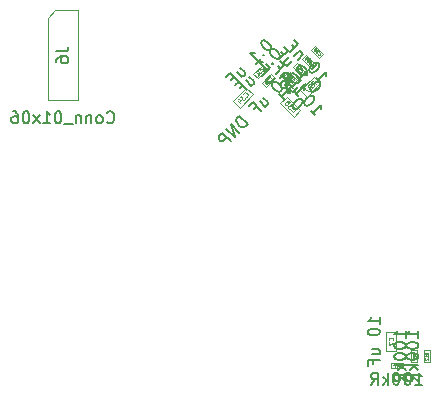
<source format=gbr>
%TF.GenerationSoftware,KiCad,Pcbnew,5.1.5-52549c5~84~ubuntu19.10.1*%
%TF.CreationDate,2019-12-19T07:38:23-05:00*%
%TF.ProjectId,bldc-controller,626c6463-2d63-46f6-9e74-726f6c6c6572,rev?*%
%TF.SameCoordinates,Original*%
%TF.FileFunction,Other,Fab,Bot*%
%FSLAX46Y46*%
G04 Gerber Fmt 4.6, Leading zero omitted, Abs format (unit mm)*
G04 Created by KiCad (PCBNEW 5.1.5-52549c5~84~ubuntu19.10.1) date 2019-12-19 07:38:23*
%MOMM*%
%LPD*%
G04 APERTURE LIST*
%ADD10C,0.100000*%
%ADD11C,0.150000*%
%ADD12C,0.060000*%
%ADD13C,0.040000*%
G04 APERTURE END LIST*
D10*
X20520000Y-122485000D02*
X20520000Y-114865000D01*
X17980000Y-122485000D02*
X20520000Y-122485000D01*
X17980000Y-115500000D02*
X17980000Y-122485000D01*
X18615000Y-114865000D02*
X17980000Y-115500000D01*
X20520000Y-114865000D02*
X18615000Y-114865000D01*
X40492843Y-120501472D02*
X39361472Y-121632843D01*
X41058528Y-121067157D02*
X40492843Y-120501472D01*
X39927157Y-122198528D02*
X41058528Y-121067157D01*
X39361472Y-121632843D02*
X39927157Y-122198528D01*
X49810000Y-143650000D02*
X49810000Y-144650000D01*
X50310000Y-143650000D02*
X49810000Y-143650000D01*
X50310000Y-144650000D02*
X50310000Y-143650000D01*
X49810000Y-144650000D02*
X50310000Y-144650000D01*
X48750000Y-143650000D02*
X48750000Y-144650000D01*
X49250000Y-143650000D02*
X48750000Y-143650000D01*
X49250000Y-144650000D02*
X49250000Y-143650000D01*
X48750000Y-144650000D02*
X49250000Y-144650000D01*
X47010000Y-145200000D02*
X48010000Y-145200000D01*
X47010000Y-144700000D02*
X47010000Y-145200000D01*
X48010000Y-144700000D02*
X47010000Y-144700000D01*
X48010000Y-145200000D02*
X48010000Y-144700000D01*
X39479670Y-118973223D02*
X40186777Y-119680330D01*
X39833223Y-118619670D02*
X39479670Y-118973223D01*
X40540330Y-119326777D02*
X39833223Y-118619670D01*
X40186777Y-119680330D02*
X40540330Y-119326777D01*
X40236723Y-118220276D02*
X40943830Y-118927383D01*
X40590276Y-117866723D02*
X40236723Y-118220276D01*
X41297383Y-118573830D02*
X40590276Y-117866723D01*
X40943830Y-118927383D02*
X41297383Y-118573830D01*
X37999670Y-120443223D02*
X38706777Y-121150330D01*
X38353223Y-120089670D02*
X37999670Y-120443223D01*
X39060330Y-120796777D02*
X38353223Y-120089670D01*
X38706777Y-121150330D02*
X39060330Y-120796777D01*
X38709670Y-119703223D02*
X39416777Y-120410330D01*
X39063223Y-119349670D02*
X38709670Y-119703223D01*
X39770330Y-120056777D02*
X39063223Y-119349670D01*
X39416777Y-120410330D02*
X39770330Y-120056777D01*
X39355375Y-123309690D02*
X38224004Y-122178319D01*
X38789690Y-123875375D02*
X39355375Y-123309690D01*
X37658319Y-122744004D02*
X38789690Y-123875375D01*
X38224004Y-122178319D02*
X37658319Y-122744004D01*
X34207157Y-123118528D02*
X35338528Y-121987157D01*
X33641472Y-122552843D02*
X34207157Y-123118528D01*
X34772843Y-121421472D02*
X33641472Y-122552843D01*
X35338528Y-121987157D02*
X34772843Y-121421472D01*
X36096777Y-119559670D02*
X35389670Y-120266777D01*
X36450330Y-119913223D02*
X36096777Y-119559670D01*
X35743223Y-120620330D02*
X36450330Y-119913223D01*
X35389670Y-120266777D02*
X35743223Y-120620330D01*
X36836777Y-120289670D02*
X36129670Y-120996777D01*
X37190330Y-120643223D02*
X36836777Y-120289670D01*
X36483223Y-121350330D02*
X37190330Y-120643223D01*
X36129670Y-120996777D02*
X36483223Y-121350330D01*
X46650000Y-142090000D02*
X46650000Y-143690000D01*
X47450000Y-142090000D02*
X46650000Y-142090000D01*
X47450000Y-143690000D02*
X47450000Y-142090000D01*
X46650000Y-143690000D02*
X47450000Y-143690000D01*
D11*
X22988095Y-124342142D02*
X23035714Y-124389761D01*
X23178571Y-124437380D01*
X23273809Y-124437380D01*
X23416666Y-124389761D01*
X23511904Y-124294523D01*
X23559523Y-124199285D01*
X23607142Y-124008809D01*
X23607142Y-123865952D01*
X23559523Y-123675476D01*
X23511904Y-123580238D01*
X23416666Y-123485000D01*
X23273809Y-123437380D01*
X23178571Y-123437380D01*
X23035714Y-123485000D01*
X22988095Y-123532619D01*
X22416666Y-124437380D02*
X22511904Y-124389761D01*
X22559523Y-124342142D01*
X22607142Y-124246904D01*
X22607142Y-123961190D01*
X22559523Y-123865952D01*
X22511904Y-123818333D01*
X22416666Y-123770714D01*
X22273809Y-123770714D01*
X22178571Y-123818333D01*
X22130952Y-123865952D01*
X22083333Y-123961190D01*
X22083333Y-124246904D01*
X22130952Y-124342142D01*
X22178571Y-124389761D01*
X22273809Y-124437380D01*
X22416666Y-124437380D01*
X21654761Y-123770714D02*
X21654761Y-124437380D01*
X21654761Y-123865952D02*
X21607142Y-123818333D01*
X21511904Y-123770714D01*
X21369047Y-123770714D01*
X21273809Y-123818333D01*
X21226190Y-123913571D01*
X21226190Y-124437380D01*
X20750000Y-123770714D02*
X20750000Y-124437380D01*
X20750000Y-123865952D02*
X20702380Y-123818333D01*
X20607142Y-123770714D01*
X20464285Y-123770714D01*
X20369047Y-123818333D01*
X20321428Y-123913571D01*
X20321428Y-124437380D01*
X20083333Y-124532619D02*
X19321428Y-124532619D01*
X18892857Y-123437380D02*
X18797619Y-123437380D01*
X18702380Y-123485000D01*
X18654761Y-123532619D01*
X18607142Y-123627857D01*
X18559523Y-123818333D01*
X18559523Y-124056428D01*
X18607142Y-124246904D01*
X18654761Y-124342142D01*
X18702380Y-124389761D01*
X18797619Y-124437380D01*
X18892857Y-124437380D01*
X18988095Y-124389761D01*
X19035714Y-124342142D01*
X19083333Y-124246904D01*
X19130952Y-124056428D01*
X19130952Y-123818333D01*
X19083333Y-123627857D01*
X19035714Y-123532619D01*
X18988095Y-123485000D01*
X18892857Y-123437380D01*
X17607142Y-124437380D02*
X18178571Y-124437380D01*
X17892857Y-124437380D02*
X17892857Y-123437380D01*
X17988095Y-123580238D01*
X18083333Y-123675476D01*
X18178571Y-123723095D01*
X17273809Y-124437380D02*
X16749999Y-123770714D01*
X17273809Y-123770714D02*
X16749999Y-124437380D01*
X16178571Y-123437380D02*
X16083333Y-123437380D01*
X15988095Y-123485000D01*
X15940476Y-123532619D01*
X15892857Y-123627857D01*
X15845238Y-123818333D01*
X15845238Y-124056428D01*
X15892857Y-124246904D01*
X15940476Y-124342142D01*
X15988095Y-124389761D01*
X16083333Y-124437380D01*
X16178571Y-124437380D01*
X16273809Y-124389761D01*
X16321428Y-124342142D01*
X16369047Y-124246904D01*
X16416666Y-124056428D01*
X16416666Y-123818333D01*
X16369047Y-123627857D01*
X16321428Y-123532619D01*
X16273809Y-123485000D01*
X16178571Y-123437380D01*
X14988095Y-123437380D02*
X15178571Y-123437380D01*
X15273809Y-123485000D01*
X15321428Y-123532619D01*
X15416666Y-123675476D01*
X15464285Y-123865952D01*
X15464285Y-124246904D01*
X15416666Y-124342142D01*
X15369047Y-124389761D01*
X15273809Y-124437380D01*
X15083333Y-124437380D01*
X14988095Y-124389761D01*
X14940476Y-124342142D01*
X14892857Y-124246904D01*
X14892857Y-124008809D01*
X14940476Y-123913571D01*
X14988095Y-123865952D01*
X15083333Y-123818333D01*
X15273809Y-123818333D01*
X15369047Y-123865952D01*
X15416666Y-123913571D01*
X15464285Y-124008809D01*
X18702380Y-118341666D02*
X19416666Y-118341666D01*
X19559523Y-118294047D01*
X19654761Y-118198809D01*
X19702380Y-118055952D01*
X19702380Y-117960714D01*
X18702380Y-119246428D02*
X18702380Y-119055952D01*
X18750000Y-118960714D01*
X18797619Y-118913095D01*
X18940476Y-118817857D01*
X19130952Y-118770238D01*
X19511904Y-118770238D01*
X19607142Y-118817857D01*
X19654761Y-118865476D01*
X19702380Y-118960714D01*
X19702380Y-119151190D01*
X19654761Y-119246428D01*
X19607142Y-119294047D01*
X19511904Y-119341666D01*
X19273809Y-119341666D01*
X19178571Y-119294047D01*
X19130952Y-119246428D01*
X19083333Y-119151190D01*
X19083333Y-118960714D01*
X19130952Y-118865476D01*
X19178571Y-118817857D01*
X19273809Y-118770238D01*
X40343676Y-119833760D02*
X40747737Y-119429699D01*
X40545707Y-119631730D02*
X39838600Y-118924623D01*
X40006959Y-118958295D01*
X40141646Y-118958295D01*
X40242661Y-118924623D01*
X39198837Y-119564386D02*
X39131493Y-119631730D01*
X39097821Y-119732745D01*
X39097821Y-119800088D01*
X39131493Y-119901104D01*
X39232508Y-120069462D01*
X39400867Y-120237821D01*
X39569226Y-120338837D01*
X39670241Y-120372508D01*
X39737585Y-120372508D01*
X39838600Y-120338837D01*
X39905943Y-120271493D01*
X39939615Y-120170478D01*
X39939615Y-120103134D01*
X39905943Y-120002119D01*
X39804928Y-119833760D01*
X39636569Y-119665401D01*
X39468211Y-119564386D01*
X39367195Y-119530714D01*
X39299852Y-119530714D01*
X39198837Y-119564386D01*
X38525401Y-120237821D02*
X38458058Y-120305165D01*
X38424386Y-120406180D01*
X38424386Y-120473524D01*
X38458058Y-120574539D01*
X38559073Y-120742898D01*
X38727432Y-120911256D01*
X38895791Y-121012272D01*
X38996806Y-121045943D01*
X39064149Y-121045943D01*
X39165165Y-121012272D01*
X39232508Y-120944928D01*
X39266180Y-120843913D01*
X39266180Y-120776569D01*
X39232508Y-120675554D01*
X39131493Y-120507195D01*
X38963134Y-120338837D01*
X38794775Y-120237821D01*
X38693760Y-120204149D01*
X38626417Y-120204149D01*
X38525401Y-120237821D01*
X38289699Y-121887737D02*
X38188684Y-121315317D01*
X38693760Y-121483676D02*
X37986653Y-120776569D01*
X37717279Y-121045943D01*
X37683608Y-121146959D01*
X37683608Y-121214302D01*
X37717279Y-121315317D01*
X37818295Y-121416333D01*
X37919310Y-121450004D01*
X37986653Y-121450004D01*
X38087669Y-121416333D01*
X38357043Y-121146959D01*
D12*
X40519780Y-121296125D02*
X40479374Y-121067157D01*
X40681404Y-121134500D02*
X40398561Y-120851658D01*
X40290812Y-120959407D01*
X40277343Y-120999813D01*
X40277343Y-121026751D01*
X40290812Y-121067157D01*
X40331218Y-121107563D01*
X40371624Y-121121032D01*
X40398561Y-121121032D01*
X40438967Y-121107563D01*
X40546717Y-120999813D01*
X40156125Y-121147969D02*
X40129187Y-121147969D01*
X40088781Y-121161438D01*
X40021438Y-121228781D01*
X40007969Y-121269187D01*
X40007969Y-121296125D01*
X40021438Y-121336531D01*
X40048375Y-121363468D01*
X40102250Y-121390406D01*
X40425499Y-121390406D01*
X40250406Y-121565499D01*
X39873282Y-121376937D02*
X39684720Y-121565499D01*
X40088781Y-121727123D01*
D11*
X49342380Y-142578571D02*
X49342380Y-142007142D01*
X49342380Y-142292857D02*
X48342380Y-142292857D01*
X48485238Y-142197619D01*
X48580476Y-142102380D01*
X48628095Y-142007142D01*
X48342380Y-143197619D02*
X48342380Y-143292857D01*
X48390000Y-143388095D01*
X48437619Y-143435714D01*
X48532857Y-143483333D01*
X48723333Y-143530952D01*
X48961428Y-143530952D01*
X49151904Y-143483333D01*
X49247142Y-143435714D01*
X49294761Y-143388095D01*
X49342380Y-143292857D01*
X49342380Y-143197619D01*
X49294761Y-143102380D01*
X49247142Y-143054761D01*
X49151904Y-143007142D01*
X48961428Y-142959523D01*
X48723333Y-142959523D01*
X48532857Y-143007142D01*
X48437619Y-143054761D01*
X48390000Y-143102380D01*
X48342380Y-143197619D01*
X48342380Y-144150000D02*
X48342380Y-144245238D01*
X48390000Y-144340476D01*
X48437619Y-144388095D01*
X48532857Y-144435714D01*
X48723333Y-144483333D01*
X48961428Y-144483333D01*
X49151904Y-144435714D01*
X49247142Y-144388095D01*
X49294761Y-144340476D01*
X49342380Y-144245238D01*
X49342380Y-144150000D01*
X49294761Y-144054761D01*
X49247142Y-144007142D01*
X49151904Y-143959523D01*
X48961428Y-143911904D01*
X48723333Y-143911904D01*
X48532857Y-143959523D01*
X48437619Y-144007142D01*
X48390000Y-144054761D01*
X48342380Y-144150000D01*
X49342380Y-144911904D02*
X48342380Y-144911904D01*
X48961428Y-145007142D02*
X49342380Y-145292857D01*
X48675714Y-145292857D02*
X49056666Y-144911904D01*
X49342380Y-146292857D02*
X48866190Y-145959523D01*
X49342380Y-145721428D02*
X48342380Y-145721428D01*
X48342380Y-146102380D01*
X48390000Y-146197619D01*
X48437619Y-146245238D01*
X48532857Y-146292857D01*
X48675714Y-146292857D01*
X48770952Y-146245238D01*
X48818571Y-146197619D01*
X48866190Y-146102380D01*
X48866190Y-145721428D01*
D13*
X50173095Y-143989285D02*
X50054047Y-143905952D01*
X50173095Y-143846428D02*
X49923095Y-143846428D01*
X49923095Y-143941666D01*
X49935000Y-143965476D01*
X49946904Y-143977380D01*
X49970714Y-143989285D01*
X50006428Y-143989285D01*
X50030238Y-143977380D01*
X50042142Y-143965476D01*
X50054047Y-143941666D01*
X50054047Y-143846428D01*
X50173095Y-144227380D02*
X50173095Y-144084523D01*
X50173095Y-144155952D02*
X49923095Y-144155952D01*
X49958809Y-144132142D01*
X49982619Y-144108333D01*
X49994523Y-144084523D01*
X49946904Y-144322619D02*
X49935000Y-144334523D01*
X49923095Y-144358333D01*
X49923095Y-144417857D01*
X49935000Y-144441666D01*
X49946904Y-144453571D01*
X49970714Y-144465476D01*
X49994523Y-144465476D01*
X50030238Y-144453571D01*
X50173095Y-144310714D01*
X50173095Y-144465476D01*
D11*
X48282380Y-142578571D02*
X48282380Y-142007142D01*
X48282380Y-142292857D02*
X47282380Y-142292857D01*
X47425238Y-142197619D01*
X47520476Y-142102380D01*
X47568095Y-142007142D01*
X47282380Y-143197619D02*
X47282380Y-143292857D01*
X47330000Y-143388095D01*
X47377619Y-143435714D01*
X47472857Y-143483333D01*
X47663333Y-143530952D01*
X47901428Y-143530952D01*
X48091904Y-143483333D01*
X48187142Y-143435714D01*
X48234761Y-143388095D01*
X48282380Y-143292857D01*
X48282380Y-143197619D01*
X48234761Y-143102380D01*
X48187142Y-143054761D01*
X48091904Y-143007142D01*
X47901428Y-142959523D01*
X47663333Y-142959523D01*
X47472857Y-143007142D01*
X47377619Y-143054761D01*
X47330000Y-143102380D01*
X47282380Y-143197619D01*
X47282380Y-144150000D02*
X47282380Y-144245238D01*
X47330000Y-144340476D01*
X47377619Y-144388095D01*
X47472857Y-144435714D01*
X47663333Y-144483333D01*
X47901428Y-144483333D01*
X48091904Y-144435714D01*
X48187142Y-144388095D01*
X48234761Y-144340476D01*
X48282380Y-144245238D01*
X48282380Y-144150000D01*
X48234761Y-144054761D01*
X48187142Y-144007142D01*
X48091904Y-143959523D01*
X47901428Y-143911904D01*
X47663333Y-143911904D01*
X47472857Y-143959523D01*
X47377619Y-144007142D01*
X47330000Y-144054761D01*
X47282380Y-144150000D01*
X48282380Y-144911904D02*
X47282380Y-144911904D01*
X47901428Y-145007142D02*
X48282380Y-145292857D01*
X47615714Y-145292857D02*
X47996666Y-144911904D01*
X48282380Y-146292857D02*
X47806190Y-145959523D01*
X48282380Y-145721428D02*
X47282380Y-145721428D01*
X47282380Y-146102380D01*
X47330000Y-146197619D01*
X47377619Y-146245238D01*
X47472857Y-146292857D01*
X47615714Y-146292857D01*
X47710952Y-146245238D01*
X47758571Y-146197619D01*
X47806190Y-146102380D01*
X47806190Y-145721428D01*
D13*
X49113095Y-144108333D02*
X48994047Y-144025000D01*
X49113095Y-143965476D02*
X48863095Y-143965476D01*
X48863095Y-144060714D01*
X48875000Y-144084523D01*
X48886904Y-144096428D01*
X48910714Y-144108333D01*
X48946428Y-144108333D01*
X48970238Y-144096428D01*
X48982142Y-144084523D01*
X48994047Y-144060714D01*
X48994047Y-143965476D01*
X49113095Y-144227380D02*
X49113095Y-144275000D01*
X49101190Y-144298809D01*
X49089285Y-144310714D01*
X49053571Y-144334523D01*
X49005952Y-144346428D01*
X48910714Y-144346428D01*
X48886904Y-144334523D01*
X48875000Y-144322619D01*
X48863095Y-144298809D01*
X48863095Y-144251190D01*
X48875000Y-144227380D01*
X48886904Y-144215476D01*
X48910714Y-144203571D01*
X48970238Y-144203571D01*
X48994047Y-144215476D01*
X49005952Y-144227380D01*
X49017857Y-144251190D01*
X49017857Y-144298809D01*
X49005952Y-144322619D01*
X48994047Y-144334523D01*
X48970238Y-144346428D01*
D11*
X49081428Y-146572380D02*
X49652857Y-146572380D01*
X49367142Y-146572380D02*
X49367142Y-145572380D01*
X49462380Y-145715238D01*
X49557619Y-145810476D01*
X49652857Y-145858095D01*
X48462380Y-145572380D02*
X48367142Y-145572380D01*
X48271904Y-145620000D01*
X48224285Y-145667619D01*
X48176666Y-145762857D01*
X48129047Y-145953333D01*
X48129047Y-146191428D01*
X48176666Y-146381904D01*
X48224285Y-146477142D01*
X48271904Y-146524761D01*
X48367142Y-146572380D01*
X48462380Y-146572380D01*
X48557619Y-146524761D01*
X48605238Y-146477142D01*
X48652857Y-146381904D01*
X48700476Y-146191428D01*
X48700476Y-145953333D01*
X48652857Y-145762857D01*
X48605238Y-145667619D01*
X48557619Y-145620000D01*
X48462380Y-145572380D01*
X47510000Y-145572380D02*
X47414761Y-145572380D01*
X47319523Y-145620000D01*
X47271904Y-145667619D01*
X47224285Y-145762857D01*
X47176666Y-145953333D01*
X47176666Y-146191428D01*
X47224285Y-146381904D01*
X47271904Y-146477142D01*
X47319523Y-146524761D01*
X47414761Y-146572380D01*
X47510000Y-146572380D01*
X47605238Y-146524761D01*
X47652857Y-146477142D01*
X47700476Y-146381904D01*
X47748095Y-146191428D01*
X47748095Y-145953333D01*
X47700476Y-145762857D01*
X47652857Y-145667619D01*
X47605238Y-145620000D01*
X47510000Y-145572380D01*
X46748095Y-146572380D02*
X46748095Y-145572380D01*
X46652857Y-146191428D02*
X46367142Y-146572380D01*
X46367142Y-145905714D02*
X46748095Y-146286666D01*
X45367142Y-146572380D02*
X45700476Y-146096190D01*
X45938571Y-146572380D02*
X45938571Y-145572380D01*
X45557619Y-145572380D01*
X45462380Y-145620000D01*
X45414761Y-145667619D01*
X45367142Y-145762857D01*
X45367142Y-145905714D01*
X45414761Y-146000952D01*
X45462380Y-146048571D01*
X45557619Y-146096190D01*
X45938571Y-146096190D01*
D13*
X47551666Y-145063095D02*
X47635000Y-144944047D01*
X47694523Y-145063095D02*
X47694523Y-144813095D01*
X47599285Y-144813095D01*
X47575476Y-144825000D01*
X47563571Y-144836904D01*
X47551666Y-144860714D01*
X47551666Y-144896428D01*
X47563571Y-144920238D01*
X47575476Y-144932142D01*
X47599285Y-144944047D01*
X47694523Y-144944047D01*
X47468333Y-144813095D02*
X47301666Y-144813095D01*
X47408809Y-145063095D01*
D11*
X41000959Y-121021139D02*
X40933616Y-120953795D01*
X40832600Y-120920124D01*
X40765257Y-120920124D01*
X40664242Y-120953795D01*
X40495883Y-121054811D01*
X40327524Y-121223169D01*
X40226509Y-121391528D01*
X40192837Y-121492543D01*
X40192837Y-121559887D01*
X40226509Y-121660902D01*
X40293852Y-121728246D01*
X40394868Y-121761917D01*
X40462211Y-121761917D01*
X40563226Y-121728246D01*
X40731585Y-121627230D01*
X40899944Y-121458872D01*
X41000959Y-121290513D01*
X41034631Y-121189498D01*
X41034631Y-121122154D01*
X41000959Y-121021139D01*
X39822448Y-121122154D02*
X39755104Y-121122154D01*
X39755104Y-121189498D01*
X39822448Y-121189498D01*
X39822448Y-121122154D01*
X39755104Y-121189498D01*
X39047997Y-120482391D02*
X39452059Y-120886452D01*
X39250028Y-120684421D02*
X39957135Y-119977315D01*
X39923463Y-120145673D01*
X39923463Y-120280360D01*
X39957135Y-120381376D01*
X38374562Y-118866147D02*
X37903158Y-119337551D01*
X38677608Y-119169192D02*
X38307219Y-119539582D01*
X38206204Y-119573253D01*
X38105188Y-119539582D01*
X38004173Y-119438566D01*
X37970501Y-119337551D01*
X37970501Y-119270208D01*
X37701127Y-118394742D02*
X37936830Y-118630444D01*
X37566440Y-119000834D02*
X38273547Y-118293727D01*
X37936830Y-117957009D01*
D13*
X40060507Y-119326776D02*
X40060507Y-119343612D01*
X40077343Y-119377284D01*
X40094179Y-119394120D01*
X40127851Y-119410956D01*
X40161522Y-119410956D01*
X40186776Y-119402538D01*
X40228866Y-119377284D01*
X40254120Y-119352030D01*
X40279374Y-119309940D01*
X40287791Y-119284687D01*
X40287791Y-119251015D01*
X40270956Y-119217343D01*
X40254120Y-119200507D01*
X40220448Y-119183671D01*
X40203612Y-119183671D01*
X40161522Y-119107910D02*
X40052089Y-118998477D01*
X40043671Y-119124746D01*
X40018417Y-119099492D01*
X39993164Y-119091074D01*
X39976328Y-119091074D01*
X39951074Y-119099492D01*
X39908984Y-119141582D01*
X39900566Y-119166835D01*
X39900566Y-119183671D01*
X39908984Y-119208925D01*
X39959492Y-119259433D01*
X39984746Y-119267851D01*
X40001582Y-119267851D01*
X39791133Y-119091074D02*
X39757461Y-119057402D01*
X39749043Y-119032148D01*
X39749043Y-119015312D01*
X39757461Y-118973223D01*
X39782715Y-118931133D01*
X39850059Y-118863790D01*
X39875312Y-118855372D01*
X39892148Y-118855372D01*
X39917402Y-118863790D01*
X39951074Y-118897461D01*
X39959492Y-118922715D01*
X39959492Y-118939551D01*
X39951074Y-118964805D01*
X39908984Y-119006895D01*
X39883730Y-119015312D01*
X39866895Y-119015312D01*
X39841641Y-119006895D01*
X39807969Y-118973223D01*
X39799551Y-118947969D01*
X39799551Y-118931133D01*
X39807969Y-118905879D01*
D11*
X40646844Y-120571238D02*
X41050905Y-120975299D01*
X40848875Y-120773268D02*
X41555982Y-120066161D01*
X41522310Y-120234520D01*
X41522310Y-120369207D01*
X41555982Y-120470222D01*
X40916218Y-119426398D02*
X40848875Y-119359055D01*
X40747860Y-119325383D01*
X40680516Y-119325383D01*
X40579501Y-119359055D01*
X40411142Y-119460070D01*
X40242783Y-119628429D01*
X40141768Y-119796787D01*
X40108096Y-119897803D01*
X40108096Y-119965146D01*
X40141768Y-120066161D01*
X40209112Y-120133505D01*
X40310127Y-120167177D01*
X40377470Y-120167177D01*
X40478486Y-120133505D01*
X40646844Y-120032490D01*
X40815203Y-119864131D01*
X40916218Y-119695772D01*
X40949890Y-119594757D01*
X40949890Y-119527413D01*
X40916218Y-119426398D01*
X39603020Y-118584604D02*
X39131615Y-119056009D01*
X39535676Y-118651948D02*
X39535676Y-118584604D01*
X39502005Y-118483589D01*
X39400989Y-118382574D01*
X39299974Y-118348902D01*
X39198959Y-118382574D01*
X38828570Y-118752963D01*
X38626539Y-117810154D02*
X38862241Y-118045856D01*
X38491852Y-118416245D02*
X39198959Y-117709139D01*
X38862241Y-117372421D01*
D13*
X40817560Y-118573829D02*
X40817560Y-118590665D01*
X40834396Y-118624337D01*
X40851232Y-118641173D01*
X40884904Y-118658009D01*
X40918575Y-118658009D01*
X40943829Y-118649591D01*
X40985919Y-118624337D01*
X41011173Y-118599083D01*
X41036427Y-118556993D01*
X41044844Y-118531740D01*
X41044844Y-118498068D01*
X41028009Y-118464396D01*
X41011173Y-118447560D01*
X40977501Y-118430724D01*
X40960665Y-118430724D01*
X40918575Y-118354963D02*
X40809142Y-118245530D01*
X40800724Y-118371799D01*
X40775470Y-118346545D01*
X40750217Y-118338127D01*
X40733381Y-118338127D01*
X40708127Y-118346545D01*
X40666037Y-118388635D01*
X40657619Y-118413888D01*
X40657619Y-118430724D01*
X40666037Y-118455978D01*
X40716545Y-118506486D01*
X40741799Y-118514904D01*
X40758635Y-118514904D01*
X40632365Y-118220276D02*
X40657619Y-118228694D01*
X40674455Y-118228694D01*
X40699709Y-118220276D01*
X40708127Y-118211858D01*
X40716545Y-118186604D01*
X40716545Y-118169768D01*
X40708127Y-118144514D01*
X40674455Y-118110843D01*
X40649201Y-118102425D01*
X40632365Y-118102425D01*
X40607112Y-118110843D01*
X40598694Y-118119261D01*
X40590276Y-118144514D01*
X40590276Y-118161350D01*
X40598694Y-118186604D01*
X40632365Y-118220276D01*
X40640783Y-118245530D01*
X40640783Y-118262365D01*
X40632365Y-118287619D01*
X40598694Y-118321291D01*
X40573440Y-118329709D01*
X40556604Y-118329709D01*
X40531350Y-118321291D01*
X40497678Y-118287619D01*
X40489261Y-118262365D01*
X40489261Y-118245530D01*
X40497678Y-118220276D01*
X40531350Y-118186604D01*
X40556604Y-118178186D01*
X40573440Y-118178186D01*
X40598694Y-118186604D01*
D11*
X39520959Y-122491139D02*
X39453616Y-122423795D01*
X39352600Y-122390124D01*
X39285257Y-122390124D01*
X39184242Y-122423795D01*
X39015883Y-122524811D01*
X38847524Y-122693169D01*
X38746509Y-122861528D01*
X38712837Y-122962543D01*
X38712837Y-123029887D01*
X38746509Y-123130902D01*
X38813852Y-123198246D01*
X38914868Y-123231917D01*
X38982211Y-123231917D01*
X39083226Y-123198246D01*
X39251585Y-123097230D01*
X39419944Y-122928872D01*
X39520959Y-122760513D01*
X39554631Y-122659498D01*
X39554631Y-122592154D01*
X39520959Y-122491139D01*
X38342448Y-122592154D02*
X38275104Y-122592154D01*
X38275104Y-122659498D01*
X38342448Y-122659498D01*
X38342448Y-122592154D01*
X38275104Y-122659498D01*
X37567997Y-121952391D02*
X37972059Y-122356452D01*
X37770028Y-122154421D02*
X38477135Y-121447315D01*
X38443463Y-121615673D01*
X38443463Y-121750360D01*
X38477135Y-121851376D01*
X36894562Y-120336147D02*
X36423158Y-120807551D01*
X37197608Y-120639192D02*
X36827219Y-121009582D01*
X36726204Y-121043253D01*
X36625188Y-121009582D01*
X36524173Y-120908566D01*
X36490501Y-120807551D01*
X36490501Y-120740208D01*
X36221127Y-119864742D02*
X36456830Y-120100444D01*
X36086440Y-120470834D02*
X36793547Y-119763727D01*
X36456830Y-119427009D01*
D13*
X38580507Y-120796776D02*
X38580507Y-120813612D01*
X38597343Y-120847284D01*
X38614179Y-120864120D01*
X38647851Y-120880956D01*
X38681522Y-120880956D01*
X38706776Y-120872538D01*
X38748866Y-120847284D01*
X38774120Y-120822030D01*
X38799374Y-120779940D01*
X38807791Y-120754687D01*
X38807791Y-120721015D01*
X38790956Y-120687343D01*
X38774120Y-120670507D01*
X38740448Y-120653671D01*
X38723612Y-120653671D01*
X38681522Y-120577910D02*
X38572089Y-120468477D01*
X38563671Y-120594746D01*
X38538417Y-120569492D01*
X38513164Y-120561074D01*
X38496328Y-120561074D01*
X38471074Y-120569492D01*
X38428984Y-120611582D01*
X38420566Y-120636835D01*
X38420566Y-120653671D01*
X38428984Y-120678925D01*
X38479492Y-120729433D01*
X38504746Y-120737851D01*
X38521582Y-120737851D01*
X38513164Y-120409551D02*
X38395312Y-120291700D01*
X38294297Y-120544238D01*
D11*
X38783074Y-121717467D02*
X39187135Y-122121528D01*
X38985104Y-121919498D02*
X39692211Y-121212391D01*
X39658539Y-121380750D01*
X39658539Y-121515437D01*
X39692211Y-121616452D01*
X38412685Y-120404269D02*
X37941280Y-120875673D01*
X38345341Y-120471612D02*
X38345341Y-120404269D01*
X38311669Y-120303253D01*
X38210654Y-120202238D01*
X38109639Y-120168566D01*
X38008623Y-120202238D01*
X37638234Y-120572627D01*
X37436204Y-119629818D02*
X37671906Y-119865521D01*
X37301517Y-120235910D02*
X38008623Y-119528803D01*
X37671906Y-119192086D01*
D13*
X39290507Y-120056776D02*
X39290507Y-120073612D01*
X39307343Y-120107284D01*
X39324179Y-120124120D01*
X39357851Y-120140956D01*
X39391522Y-120140956D01*
X39416776Y-120132538D01*
X39458866Y-120107284D01*
X39484120Y-120082030D01*
X39509374Y-120039940D01*
X39517791Y-120014687D01*
X39517791Y-119981015D01*
X39500956Y-119947343D01*
X39484120Y-119930507D01*
X39450448Y-119913671D01*
X39433612Y-119913671D01*
X39391522Y-119837910D02*
X39282089Y-119728477D01*
X39273671Y-119854746D01*
X39248417Y-119829492D01*
X39223164Y-119821074D01*
X39206328Y-119821074D01*
X39181074Y-119829492D01*
X39138984Y-119871582D01*
X39130566Y-119896835D01*
X39130566Y-119913671D01*
X39138984Y-119938925D01*
X39189492Y-119989433D01*
X39214746Y-119997851D01*
X39231582Y-119997851D01*
X39130566Y-119576954D02*
X39164238Y-119610625D01*
X39172656Y-119635879D01*
X39172656Y-119652715D01*
X39164238Y-119694805D01*
X39138984Y-119736895D01*
X39071641Y-119804238D01*
X39046387Y-119812656D01*
X39029551Y-119812656D01*
X39004297Y-119804238D01*
X38970625Y-119770566D01*
X38962208Y-119745312D01*
X38962208Y-119728477D01*
X38970625Y-119703223D01*
X39012715Y-119661133D01*
X39037969Y-119652715D01*
X39054805Y-119652715D01*
X39080059Y-119661133D01*
X39113730Y-119694805D01*
X39122148Y-119720059D01*
X39122148Y-119736895D01*
X39113730Y-119762148D01*
D11*
X40225116Y-123362554D02*
X40629177Y-123766615D01*
X40427147Y-123564584D02*
X41134254Y-122857477D01*
X41100582Y-123025836D01*
X41100582Y-123160523D01*
X41134254Y-123261538D01*
X40494490Y-122217714D02*
X40427147Y-122150371D01*
X40326132Y-122116699D01*
X40258788Y-122116699D01*
X40157773Y-122150371D01*
X39989414Y-122251386D01*
X39821055Y-122419745D01*
X39720040Y-122588103D01*
X39686368Y-122689119D01*
X39686368Y-122756462D01*
X39720040Y-122857477D01*
X39787384Y-122924821D01*
X39888399Y-122958493D01*
X39955742Y-122958493D01*
X40056758Y-122924821D01*
X40225116Y-122823806D01*
X40393475Y-122655447D01*
X40494490Y-122487088D01*
X40528162Y-122386073D01*
X40528162Y-122318729D01*
X40494490Y-122217714D01*
X38878246Y-121072874D02*
X38406842Y-121544279D01*
X39181292Y-121375920D02*
X38810903Y-121746309D01*
X38709887Y-121779981D01*
X38608872Y-121746309D01*
X38507857Y-121645294D01*
X38474185Y-121544279D01*
X38474185Y-121476935D01*
X38204811Y-120601470D02*
X38440513Y-120837172D01*
X38070124Y-121207561D02*
X38777231Y-120500455D01*
X38440513Y-120163737D01*
D12*
X38587659Y-123309689D02*
X38587659Y-123336627D01*
X38614596Y-123390501D01*
X38641534Y-123417439D01*
X38695408Y-123444376D01*
X38749283Y-123444376D01*
X38789689Y-123430908D01*
X38857033Y-123390501D01*
X38897439Y-123350095D01*
X38937845Y-123282752D01*
X38951314Y-123242346D01*
X38951314Y-123188471D01*
X38924376Y-123134596D01*
X38897439Y-123107659D01*
X38843564Y-123080721D01*
X38816627Y-123080721D01*
X38749283Y-122959503D02*
X38574190Y-122784410D01*
X38560721Y-122986440D01*
X38520315Y-122946034D01*
X38479909Y-122932566D01*
X38452972Y-122932566D01*
X38412566Y-122946034D01*
X38345222Y-123013378D01*
X38331753Y-123053784D01*
X38331753Y-123080721D01*
X38345222Y-123121127D01*
X38426034Y-123201940D01*
X38466440Y-123215408D01*
X38493378Y-123215408D01*
X38318285Y-122528505D02*
X38452972Y-122663192D01*
X38331753Y-122811347D01*
X38331753Y-122784410D01*
X38318285Y-122744004D01*
X38250941Y-122676660D01*
X38210535Y-122663192D01*
X38183598Y-122663192D01*
X38143192Y-122676660D01*
X38075848Y-122744004D01*
X38062379Y-122784410D01*
X38062379Y-122811347D01*
X38075848Y-122851753D01*
X38143192Y-122919097D01*
X38183598Y-122932566D01*
X38210535Y-122932566D01*
D11*
X38194903Y-121227186D02*
X38598964Y-120823125D01*
X38396933Y-121025155D02*
X37689826Y-120318048D01*
X37858185Y-120351720D01*
X37992872Y-120351720D01*
X38093887Y-120318048D01*
X37050063Y-120957812D02*
X36982720Y-121025155D01*
X36949048Y-121126170D01*
X36949048Y-121193514D01*
X36982720Y-121294529D01*
X37083735Y-121462888D01*
X37252094Y-121631247D01*
X37420452Y-121732262D01*
X37521468Y-121765934D01*
X37588811Y-121765934D01*
X37689826Y-121732262D01*
X37757170Y-121664918D01*
X37790842Y-121563903D01*
X37790842Y-121496560D01*
X37757170Y-121395544D01*
X37656155Y-121227186D01*
X37487796Y-121058827D01*
X37319437Y-120957812D01*
X37218422Y-120924140D01*
X37151078Y-120924140D01*
X37050063Y-120957812D01*
X35905224Y-122574056D02*
X36376628Y-123045460D01*
X36208269Y-122271010D02*
X36578659Y-122641399D01*
X36612330Y-122742414D01*
X36578659Y-122843430D01*
X36477643Y-122944445D01*
X36376628Y-122978117D01*
X36309285Y-122978117D01*
X35433819Y-123247491D02*
X35669521Y-123011788D01*
X36039911Y-123382178D02*
X35332804Y-122675071D01*
X34996086Y-123011788D01*
X34895071Y-124527017D02*
X34187964Y-123819911D01*
X34019605Y-123988269D01*
X33952262Y-124122956D01*
X33952262Y-124257643D01*
X33985934Y-124358659D01*
X34086949Y-124527017D01*
X34187964Y-124628033D01*
X34356323Y-124729048D01*
X34457338Y-124762720D01*
X34592025Y-124762720D01*
X34726712Y-124695376D01*
X34895071Y-124527017D01*
X34187964Y-125234124D02*
X33480857Y-124527017D01*
X33783903Y-125638185D01*
X33076796Y-124931078D01*
X33447186Y-125974903D02*
X32740079Y-125267796D01*
X32470705Y-125537170D01*
X32437033Y-125638185D01*
X32437033Y-125705529D01*
X32470705Y-125806544D01*
X32571720Y-125907559D01*
X32672735Y-125941231D01*
X32740079Y-125941231D01*
X32841094Y-125907559D01*
X33110468Y-125638185D01*
D12*
X34772842Y-122189187D02*
X34799780Y-122189187D01*
X34853654Y-122162250D01*
X34880592Y-122135312D01*
X34907529Y-122081438D01*
X34907529Y-122027563D01*
X34894061Y-121987157D01*
X34853654Y-121919813D01*
X34813248Y-121879407D01*
X34745905Y-121839001D01*
X34705499Y-121825532D01*
X34651624Y-121825532D01*
X34597749Y-121852470D01*
X34570812Y-121879407D01*
X34543874Y-121933282D01*
X34543874Y-121960219D01*
X34422656Y-122027563D02*
X34247563Y-122202656D01*
X34449593Y-122216125D01*
X34409187Y-122256531D01*
X34395719Y-122296937D01*
X34395719Y-122323874D01*
X34409187Y-122364280D01*
X34476531Y-122431624D01*
X34516937Y-122445093D01*
X34543874Y-122445093D01*
X34584280Y-122431624D01*
X34665093Y-122350812D01*
X34678561Y-122310406D01*
X34678561Y-122283468D01*
X34099407Y-122539374D02*
X34287969Y-122727935D01*
X34059001Y-122364280D02*
X34328375Y-122498967D01*
X34153282Y-122674061D01*
D11*
X36136509Y-117444410D02*
X36069165Y-117511753D01*
X36035494Y-117612769D01*
X36035494Y-117680112D01*
X36069165Y-117781127D01*
X36170181Y-117949486D01*
X36338539Y-118117845D01*
X36506898Y-118218860D01*
X36607913Y-118252532D01*
X36675257Y-118252532D01*
X36776272Y-118218860D01*
X36843616Y-118151517D01*
X36877287Y-118050501D01*
X36877287Y-117983158D01*
X36843616Y-117882143D01*
X36742600Y-117713784D01*
X36574242Y-117545425D01*
X36405883Y-117444410D01*
X36304868Y-117410738D01*
X36237524Y-117410738D01*
X36136509Y-117444410D01*
X36237524Y-118622921D02*
X36237524Y-118690265D01*
X36304868Y-118690265D01*
X36304868Y-118622921D01*
X36237524Y-118622921D01*
X36304868Y-118690265D01*
X35597761Y-119397372D02*
X36001822Y-118993310D01*
X35799791Y-119195341D02*
X35092685Y-118488234D01*
X35261043Y-118521906D01*
X35395730Y-118521906D01*
X35496746Y-118488234D01*
X33981517Y-120070807D02*
X34452921Y-120542211D01*
X34284562Y-119767761D02*
X34654952Y-120138150D01*
X34688623Y-120239165D01*
X34654952Y-120340181D01*
X34553936Y-120441196D01*
X34452921Y-120474868D01*
X34385578Y-120474868D01*
X33510112Y-120744242D02*
X33745814Y-120508539D01*
X34116204Y-120878929D02*
X33409097Y-120171822D01*
X33072379Y-120508539D01*
D13*
X36096776Y-120039492D02*
X36113612Y-120039492D01*
X36147284Y-120022656D01*
X36164120Y-120005820D01*
X36180956Y-119972148D01*
X36180956Y-119938477D01*
X36172538Y-119913223D01*
X36147284Y-119871133D01*
X36122030Y-119845879D01*
X36079940Y-119820625D01*
X36054687Y-119812208D01*
X36021015Y-119812208D01*
X35987343Y-119829043D01*
X35970507Y-119845879D01*
X35953671Y-119879551D01*
X35953671Y-119896387D01*
X35877910Y-119938477D02*
X35768477Y-120047910D01*
X35894746Y-120056328D01*
X35869492Y-120081582D01*
X35861074Y-120106835D01*
X35861074Y-120123671D01*
X35869492Y-120148925D01*
X35911582Y-120191015D01*
X35936835Y-120199433D01*
X35953671Y-120199433D01*
X35978925Y-120191015D01*
X36029433Y-120140507D01*
X36037851Y-120115253D01*
X36037851Y-120098417D01*
X35776895Y-120393045D02*
X35877910Y-120292030D01*
X35827402Y-120342538D02*
X35650625Y-120165761D01*
X35692715Y-120174179D01*
X35726387Y-120174179D01*
X35751641Y-120165761D01*
D11*
X36876509Y-118174410D02*
X36809165Y-118241753D01*
X36775494Y-118342769D01*
X36775494Y-118410112D01*
X36809165Y-118511127D01*
X36910181Y-118679486D01*
X37078539Y-118847845D01*
X37246898Y-118948860D01*
X37347913Y-118982532D01*
X37415257Y-118982532D01*
X37516272Y-118948860D01*
X37583616Y-118881517D01*
X37617287Y-118780501D01*
X37617287Y-118713158D01*
X37583616Y-118612143D01*
X37482600Y-118443784D01*
X37314242Y-118275425D01*
X37145883Y-118174410D01*
X37044868Y-118140738D01*
X36977524Y-118140738D01*
X36876509Y-118174410D01*
X36977524Y-119352921D02*
X36977524Y-119420265D01*
X37044868Y-119420265D01*
X37044868Y-119352921D01*
X36977524Y-119352921D01*
X37044868Y-119420265D01*
X36337761Y-120127372D02*
X36741822Y-119723310D01*
X36539791Y-119925341D02*
X35832685Y-119218234D01*
X36001043Y-119251906D01*
X36135730Y-119251906D01*
X36236746Y-119218234D01*
X34721517Y-120800807D02*
X35192921Y-121272211D01*
X35024562Y-120497761D02*
X35394952Y-120868150D01*
X35428623Y-120969165D01*
X35394952Y-121070181D01*
X35293936Y-121171196D01*
X35192921Y-121204868D01*
X35125578Y-121204868D01*
X34250112Y-121474242D02*
X34485814Y-121238539D01*
X34856204Y-121608929D02*
X34149097Y-120901822D01*
X33812379Y-121238539D01*
D13*
X36836776Y-120769492D02*
X36853612Y-120769492D01*
X36887284Y-120752656D01*
X36904120Y-120735820D01*
X36920956Y-120702148D01*
X36920956Y-120668477D01*
X36912538Y-120643223D01*
X36887284Y-120601133D01*
X36862030Y-120575879D01*
X36819940Y-120550625D01*
X36794687Y-120542208D01*
X36761015Y-120542208D01*
X36727343Y-120559043D01*
X36710507Y-120575879D01*
X36693671Y-120609551D01*
X36693671Y-120626387D01*
X36626328Y-120693730D02*
X36609492Y-120693730D01*
X36584238Y-120702148D01*
X36542148Y-120744238D01*
X36533730Y-120769492D01*
X36533730Y-120786328D01*
X36542148Y-120811582D01*
X36558984Y-120828417D01*
X36592656Y-120845253D01*
X36794687Y-120845253D01*
X36685253Y-120954687D01*
X36483223Y-120954687D02*
X36491641Y-120929433D01*
X36491641Y-120912597D01*
X36483223Y-120887343D01*
X36474805Y-120878925D01*
X36449551Y-120870507D01*
X36432715Y-120870507D01*
X36407461Y-120878925D01*
X36373790Y-120912597D01*
X36365372Y-120937851D01*
X36365372Y-120954687D01*
X36373790Y-120979940D01*
X36382208Y-120988358D01*
X36407461Y-120996776D01*
X36424297Y-120996776D01*
X36449551Y-120988358D01*
X36483223Y-120954687D01*
X36508477Y-120946269D01*
X36525312Y-120946269D01*
X36550566Y-120954687D01*
X36584238Y-120988358D01*
X36592656Y-121013612D01*
X36592656Y-121030448D01*
X36584238Y-121055702D01*
X36550566Y-121089374D01*
X36525312Y-121097791D01*
X36508477Y-121097791D01*
X36483223Y-121089374D01*
X36449551Y-121055702D01*
X36441133Y-121030448D01*
X36441133Y-121013612D01*
X36449551Y-120988358D01*
D11*
X46072380Y-141437619D02*
X46072380Y-140866190D01*
X46072380Y-141151904D02*
X45072380Y-141151904D01*
X45215238Y-141056666D01*
X45310476Y-140961428D01*
X45358095Y-140866190D01*
X45072380Y-142056666D02*
X45072380Y-142151904D01*
X45120000Y-142247142D01*
X45167619Y-142294761D01*
X45262857Y-142342380D01*
X45453333Y-142390000D01*
X45691428Y-142390000D01*
X45881904Y-142342380D01*
X45977142Y-142294761D01*
X46024761Y-142247142D01*
X46072380Y-142151904D01*
X46072380Y-142056666D01*
X46024761Y-141961428D01*
X45977142Y-141913809D01*
X45881904Y-141866190D01*
X45691428Y-141818571D01*
X45453333Y-141818571D01*
X45262857Y-141866190D01*
X45167619Y-141913809D01*
X45120000Y-141961428D01*
X45072380Y-142056666D01*
X45405714Y-144009047D02*
X46072380Y-144009047D01*
X45405714Y-143580476D02*
X45929523Y-143580476D01*
X46024761Y-143628095D01*
X46072380Y-143723333D01*
X46072380Y-143866190D01*
X46024761Y-143961428D01*
X45977142Y-144009047D01*
X45548571Y-144818571D02*
X45548571Y-144485238D01*
X46072380Y-144485238D02*
X45072380Y-144485238D01*
X45072380Y-144961428D01*
D12*
X47192857Y-142823333D02*
X47211904Y-142804285D01*
X47230952Y-142747142D01*
X47230952Y-142709047D01*
X47211904Y-142651904D01*
X47173809Y-142613809D01*
X47135714Y-142594761D01*
X47059523Y-142575714D01*
X47002380Y-142575714D01*
X46926190Y-142594761D01*
X46888095Y-142613809D01*
X46850000Y-142651904D01*
X46830952Y-142709047D01*
X46830952Y-142747142D01*
X46850000Y-142804285D01*
X46869047Y-142823333D01*
X46830952Y-142956666D02*
X46830952Y-143223333D01*
X47230952Y-143051904D01*
M02*

</source>
